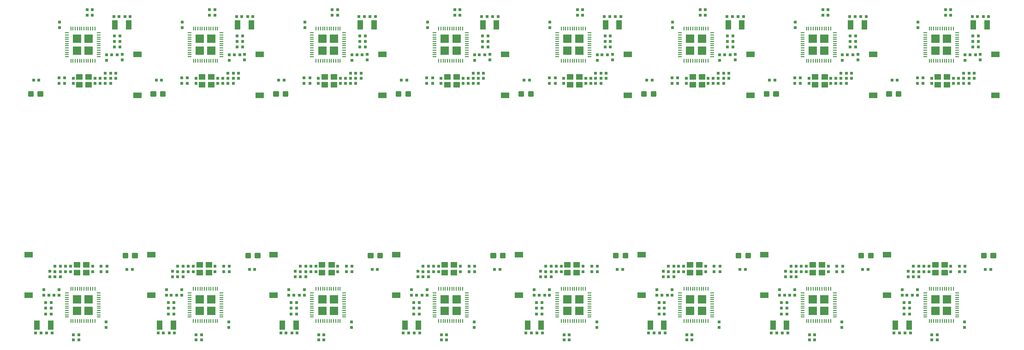
<source format=gtp>
G04 EAGLE Gerber RS-274X export*
G75*
%MOMM*%
%FSLAX34Y34*%
%LPD*%
%INSolderpaste Top*%
%IPPOS*%
%AMOC8*
5,1,8,0,0,1.08239X$1,22.5*%
G01*
%ADD10R,0.600000X0.600000*%
%ADD11C,0.300000*%
%ADD12R,1.520281X1.520281*%
%ADD13R,0.800000X0.230000*%
%ADD14R,0.230000X0.800000*%
%ADD15R,1.200000X1.100000*%
%ADD16R,1.000000X1.800000*%
%ADD17R,1.500000X1.000000*%


D10*
X41990Y114232D03*
X51990Y114232D03*
X143450Y171250D03*
X143450Y181250D03*
X78260Y171350D03*
X78260Y181350D03*
X51990Y103984D03*
X41990Y103984D03*
X49680Y161980D03*
X49680Y171980D03*
X153920Y171250D03*
X153920Y181250D03*
X152810Y78730D03*
X152810Y68730D03*
X102400Y55600D03*
X102400Y45600D03*
X53260Y58420D03*
X43260Y58420D03*
X59070Y171330D03*
X69070Y171330D03*
X87560Y181330D03*
X87560Y171330D03*
X127710Y171330D03*
X127710Y181330D03*
X69070Y181390D03*
X59070Y181390D03*
X22940Y58420D03*
X32940Y58420D03*
D11*
X202120Y197160D02*
X202120Y204160D01*
X209120Y204160D01*
X209120Y197160D01*
X202120Y197160D01*
X202120Y200010D02*
X209120Y200010D01*
X209120Y202860D02*
X202120Y202860D01*
X184580Y204160D02*
X184580Y197160D01*
X184580Y204160D02*
X191580Y204160D01*
X191580Y197160D01*
X184580Y197160D01*
X184580Y200010D02*
X191580Y200010D01*
X191580Y202860D02*
X184580Y202860D01*
D10*
X51990Y93482D03*
X41990Y93482D03*
X69070Y162170D03*
X59070Y162170D03*
X190580Y175260D03*
X200580Y175260D03*
X92910Y45610D03*
X92910Y55610D03*
D12*
X120750Y120750D03*
X99250Y120750D03*
X99250Y99250D03*
X120750Y99250D03*
D13*
X80500Y132000D03*
X80500Y128000D03*
X80500Y124000D03*
X80500Y120000D03*
X80500Y116000D03*
X80500Y112000D03*
X80500Y108000D03*
X80500Y104000D03*
X80500Y100000D03*
X80500Y96000D03*
X80500Y92000D03*
X80500Y88000D03*
D14*
X88000Y80500D03*
X92000Y80500D03*
X96000Y80500D03*
X100000Y80500D03*
X104000Y80500D03*
X108000Y80500D03*
X112000Y80500D03*
X116000Y80500D03*
X120000Y80500D03*
X124000Y80500D03*
X128000Y80500D03*
X132000Y80500D03*
D13*
X139500Y88000D03*
X139500Y92000D03*
X139500Y96000D03*
X139500Y100000D03*
X139500Y104000D03*
X139500Y108000D03*
X139500Y112000D03*
X139500Y116000D03*
X139500Y120000D03*
X139500Y124000D03*
X139500Y128000D03*
X139500Y132000D03*
D14*
X132000Y139500D03*
X128000Y139500D03*
X124000Y139500D03*
X120000Y139500D03*
X116000Y139500D03*
X112000Y139500D03*
X108000Y139500D03*
X104000Y139500D03*
X100000Y139500D03*
X96000Y139500D03*
X92000Y139500D03*
X88000Y139500D03*
D15*
X116120Y183530D03*
X99120Y183530D03*
X99120Y169530D03*
X116120Y169530D03*
D16*
X26010Y73330D03*
X51010Y73330D03*
D10*
X47250Y128260D03*
X57250Y128260D03*
D17*
X10160Y127854D03*
X10160Y202854D03*
D10*
X38100Y128096D03*
X38100Y138096D03*
X66294Y128350D03*
X66294Y138350D03*
X267059Y114232D03*
X277059Y114232D03*
X368519Y171250D03*
X368519Y181250D03*
X303329Y171350D03*
X303329Y181350D03*
X277059Y103984D03*
X267059Y103984D03*
X274749Y161980D03*
X274749Y171980D03*
X378989Y171250D03*
X378989Y181250D03*
X377879Y78730D03*
X377879Y68730D03*
X327469Y55600D03*
X327469Y45600D03*
X278329Y58420D03*
X268329Y58420D03*
X284139Y171330D03*
X294139Y171330D03*
X312629Y181330D03*
X312629Y171330D03*
X352779Y171330D03*
X352779Y181330D03*
X294139Y181390D03*
X284139Y181390D03*
X248009Y58420D03*
X258009Y58420D03*
D11*
X427189Y197160D02*
X427189Y204160D01*
X434189Y204160D01*
X434189Y197160D01*
X427189Y197160D01*
X427189Y200010D02*
X434189Y200010D01*
X434189Y202860D02*
X427189Y202860D01*
X409649Y204160D02*
X409649Y197160D01*
X409649Y204160D02*
X416649Y204160D01*
X416649Y197160D01*
X409649Y197160D01*
X409649Y200010D02*
X416649Y200010D01*
X416649Y202860D02*
X409649Y202860D01*
D10*
X277059Y93482D03*
X267059Y93482D03*
X294139Y162170D03*
X284139Y162170D03*
X415649Y175260D03*
X425649Y175260D03*
X317979Y45610D03*
X317979Y55610D03*
D12*
X345819Y120750D03*
X324319Y120750D03*
X324319Y99250D03*
X345819Y99250D03*
D13*
X305569Y132000D03*
X305569Y128000D03*
X305569Y124000D03*
X305569Y120000D03*
X305569Y116000D03*
X305569Y112000D03*
X305569Y108000D03*
X305569Y104000D03*
X305569Y100000D03*
X305569Y96000D03*
X305569Y92000D03*
X305569Y88000D03*
D14*
X313069Y80500D03*
X317069Y80500D03*
X321069Y80500D03*
X325069Y80500D03*
X329069Y80500D03*
X333069Y80500D03*
X337069Y80500D03*
X341069Y80500D03*
X345069Y80500D03*
X349069Y80500D03*
X353069Y80500D03*
X357069Y80500D03*
D13*
X364569Y88000D03*
X364569Y92000D03*
X364569Y96000D03*
X364569Y100000D03*
X364569Y104000D03*
X364569Y108000D03*
X364569Y112000D03*
X364569Y116000D03*
X364569Y120000D03*
X364569Y124000D03*
X364569Y128000D03*
X364569Y132000D03*
D14*
X357069Y139500D03*
X353069Y139500D03*
X349069Y139500D03*
X345069Y139500D03*
X341069Y139500D03*
X337069Y139500D03*
X333069Y139500D03*
X329069Y139500D03*
X325069Y139500D03*
X321069Y139500D03*
X317069Y139500D03*
X313069Y139500D03*
D15*
X341189Y183530D03*
X324189Y183530D03*
X324189Y169530D03*
X341189Y169530D03*
D16*
X251079Y73330D03*
X276079Y73330D03*
D10*
X272319Y128260D03*
X282319Y128260D03*
D17*
X235229Y127854D03*
X235229Y202854D03*
D10*
X263169Y128096D03*
X263169Y138096D03*
X291363Y128350D03*
X291363Y138350D03*
X492154Y114232D03*
X502154Y114232D03*
X593614Y171250D03*
X593614Y181250D03*
X528424Y171350D03*
X528424Y181350D03*
X502154Y103984D03*
X492154Y103984D03*
X499844Y161980D03*
X499844Y171980D03*
X604084Y171250D03*
X604084Y181250D03*
X602974Y78730D03*
X602974Y68730D03*
X552564Y55600D03*
X552564Y45600D03*
X503424Y58420D03*
X493424Y58420D03*
X509234Y171330D03*
X519234Y171330D03*
X537724Y181330D03*
X537724Y171330D03*
X577874Y171330D03*
X577874Y181330D03*
X519234Y181390D03*
X509234Y181390D03*
X473104Y58420D03*
X483104Y58420D03*
D11*
X652284Y197160D02*
X652284Y204160D01*
X659284Y204160D01*
X659284Y197160D01*
X652284Y197160D01*
X652284Y200010D02*
X659284Y200010D01*
X659284Y202860D02*
X652284Y202860D01*
X634744Y204160D02*
X634744Y197160D01*
X634744Y204160D02*
X641744Y204160D01*
X641744Y197160D01*
X634744Y197160D01*
X634744Y200010D02*
X641744Y200010D01*
X641744Y202860D02*
X634744Y202860D01*
D10*
X502154Y93482D03*
X492154Y93482D03*
X519234Y162170D03*
X509234Y162170D03*
X640744Y175260D03*
X650744Y175260D03*
X543074Y45610D03*
X543074Y55610D03*
D12*
X570914Y120750D03*
X549414Y120750D03*
X549414Y99250D03*
X570914Y99250D03*
D13*
X530664Y132000D03*
X530664Y128000D03*
X530664Y124000D03*
X530664Y120000D03*
X530664Y116000D03*
X530664Y112000D03*
X530664Y108000D03*
X530664Y104000D03*
X530664Y100000D03*
X530664Y96000D03*
X530664Y92000D03*
X530664Y88000D03*
D14*
X538164Y80500D03*
X542164Y80500D03*
X546164Y80500D03*
X550164Y80500D03*
X554164Y80500D03*
X558164Y80500D03*
X562164Y80500D03*
X566164Y80500D03*
X570164Y80500D03*
X574164Y80500D03*
X578164Y80500D03*
X582164Y80500D03*
D13*
X589664Y88000D03*
X589664Y92000D03*
X589664Y96000D03*
X589664Y100000D03*
X589664Y104000D03*
X589664Y108000D03*
X589664Y112000D03*
X589664Y116000D03*
X589664Y120000D03*
X589664Y124000D03*
X589664Y128000D03*
X589664Y132000D03*
D14*
X582164Y139500D03*
X578164Y139500D03*
X574164Y139500D03*
X570164Y139500D03*
X566164Y139500D03*
X562164Y139500D03*
X558164Y139500D03*
X554164Y139500D03*
X550164Y139500D03*
X546164Y139500D03*
X542164Y139500D03*
X538164Y139500D03*
D15*
X566284Y183530D03*
X549284Y183530D03*
X549284Y169530D03*
X566284Y169530D03*
D16*
X476174Y73330D03*
X501174Y73330D03*
D10*
X497414Y128260D03*
X507414Y128260D03*
D17*
X460324Y127854D03*
X460324Y202854D03*
D10*
X488264Y128096D03*
X488264Y138096D03*
X516458Y128350D03*
X516458Y138350D03*
X717224Y114232D03*
X727224Y114232D03*
X818684Y171250D03*
X818684Y181250D03*
X753494Y171350D03*
X753494Y181350D03*
X727224Y103984D03*
X717224Y103984D03*
X724914Y161980D03*
X724914Y171980D03*
X829154Y171250D03*
X829154Y181250D03*
X828044Y78730D03*
X828044Y68730D03*
X777634Y55600D03*
X777634Y45600D03*
X728494Y58420D03*
X718494Y58420D03*
X734304Y171330D03*
X744304Y171330D03*
X762794Y181330D03*
X762794Y171330D03*
X802944Y171330D03*
X802944Y181330D03*
X744304Y181390D03*
X734304Y181390D03*
X698174Y58420D03*
X708174Y58420D03*
D11*
X877354Y197160D02*
X877354Y204160D01*
X884354Y204160D01*
X884354Y197160D01*
X877354Y197160D01*
X877354Y200010D02*
X884354Y200010D01*
X884354Y202860D02*
X877354Y202860D01*
X859814Y204160D02*
X859814Y197160D01*
X859814Y204160D02*
X866814Y204160D01*
X866814Y197160D01*
X859814Y197160D01*
X859814Y200010D02*
X866814Y200010D01*
X866814Y202860D02*
X859814Y202860D01*
D10*
X727224Y93482D03*
X717224Y93482D03*
X744304Y162170D03*
X734304Y162170D03*
X865814Y175260D03*
X875814Y175260D03*
X768144Y45610D03*
X768144Y55610D03*
D12*
X795984Y120750D03*
X774484Y120750D03*
X774484Y99250D03*
X795984Y99250D03*
D13*
X755734Y132000D03*
X755734Y128000D03*
X755734Y124000D03*
X755734Y120000D03*
X755734Y116000D03*
X755734Y112000D03*
X755734Y108000D03*
X755734Y104000D03*
X755734Y100000D03*
X755734Y96000D03*
X755734Y92000D03*
X755734Y88000D03*
D14*
X763234Y80500D03*
X767234Y80500D03*
X771234Y80500D03*
X775234Y80500D03*
X779234Y80500D03*
X783234Y80500D03*
X787234Y80500D03*
X791234Y80500D03*
X795234Y80500D03*
X799234Y80500D03*
X803234Y80500D03*
X807234Y80500D03*
D13*
X814734Y88000D03*
X814734Y92000D03*
X814734Y96000D03*
X814734Y100000D03*
X814734Y104000D03*
X814734Y108000D03*
X814734Y112000D03*
X814734Y116000D03*
X814734Y120000D03*
X814734Y124000D03*
X814734Y128000D03*
X814734Y132000D03*
D14*
X807234Y139500D03*
X803234Y139500D03*
X799234Y139500D03*
X795234Y139500D03*
X791234Y139500D03*
X787234Y139500D03*
X783234Y139500D03*
X779234Y139500D03*
X775234Y139500D03*
X771234Y139500D03*
X767234Y139500D03*
X763234Y139500D03*
D15*
X791354Y183530D03*
X774354Y183530D03*
X774354Y169530D03*
X791354Y169530D03*
D16*
X701244Y73330D03*
X726244Y73330D03*
D10*
X722484Y128260D03*
X732484Y128260D03*
D17*
X685394Y127854D03*
X685394Y202854D03*
D10*
X713334Y128096D03*
X713334Y138096D03*
X741528Y128350D03*
X741528Y138350D03*
X942318Y114232D03*
X952318Y114232D03*
X1043778Y171250D03*
X1043778Y181250D03*
X978588Y171350D03*
X978588Y181350D03*
X952318Y103984D03*
X942318Y103984D03*
X950008Y161980D03*
X950008Y171980D03*
X1054248Y171250D03*
X1054248Y181250D03*
X1053138Y78730D03*
X1053138Y68730D03*
X1002728Y55600D03*
X1002728Y45600D03*
X953588Y58420D03*
X943588Y58420D03*
X959398Y171330D03*
X969398Y171330D03*
X987888Y181330D03*
X987888Y171330D03*
X1028038Y171330D03*
X1028038Y181330D03*
X969398Y181390D03*
X959398Y181390D03*
X923268Y58420D03*
X933268Y58420D03*
D11*
X1102448Y197160D02*
X1102448Y204160D01*
X1109448Y204160D01*
X1109448Y197160D01*
X1102448Y197160D01*
X1102448Y200010D02*
X1109448Y200010D01*
X1109448Y202860D02*
X1102448Y202860D01*
X1084908Y204160D02*
X1084908Y197160D01*
X1084908Y204160D02*
X1091908Y204160D01*
X1091908Y197160D01*
X1084908Y197160D01*
X1084908Y200010D02*
X1091908Y200010D01*
X1091908Y202860D02*
X1084908Y202860D01*
D10*
X952318Y93482D03*
X942318Y93482D03*
X969398Y162170D03*
X959398Y162170D03*
X1090908Y175260D03*
X1100908Y175260D03*
X993238Y45610D03*
X993238Y55610D03*
D12*
X1021078Y120750D03*
X999578Y120750D03*
X999578Y99250D03*
X1021078Y99250D03*
D13*
X980828Y132000D03*
X980828Y128000D03*
X980828Y124000D03*
X980828Y120000D03*
X980828Y116000D03*
X980828Y112000D03*
X980828Y108000D03*
X980828Y104000D03*
X980828Y100000D03*
X980828Y96000D03*
X980828Y92000D03*
X980828Y88000D03*
D14*
X988328Y80500D03*
X992328Y80500D03*
X996328Y80500D03*
X1000328Y80500D03*
X1004328Y80500D03*
X1008328Y80500D03*
X1012328Y80500D03*
X1016328Y80500D03*
X1020328Y80500D03*
X1024328Y80500D03*
X1028328Y80500D03*
X1032328Y80500D03*
D13*
X1039828Y88000D03*
X1039828Y92000D03*
X1039828Y96000D03*
X1039828Y100000D03*
X1039828Y104000D03*
X1039828Y108000D03*
X1039828Y112000D03*
X1039828Y116000D03*
X1039828Y120000D03*
X1039828Y124000D03*
X1039828Y128000D03*
X1039828Y132000D03*
D14*
X1032328Y139500D03*
X1028328Y139500D03*
X1024328Y139500D03*
X1020328Y139500D03*
X1016328Y139500D03*
X1012328Y139500D03*
X1008328Y139500D03*
X1004328Y139500D03*
X1000328Y139500D03*
X996328Y139500D03*
X992328Y139500D03*
X988328Y139500D03*
D15*
X1016448Y183530D03*
X999448Y183530D03*
X999448Y169530D03*
X1016448Y169530D03*
D16*
X926338Y73330D03*
X951338Y73330D03*
D10*
X947578Y128260D03*
X957578Y128260D03*
D17*
X910488Y127854D03*
X910488Y202854D03*
D10*
X938428Y128096D03*
X938428Y138096D03*
X966622Y128350D03*
X966622Y138350D03*
X1167388Y114232D03*
X1177388Y114232D03*
X1268848Y171250D03*
X1268848Y181250D03*
X1203658Y171350D03*
X1203658Y181350D03*
X1177388Y103984D03*
X1167388Y103984D03*
X1175078Y161980D03*
X1175078Y171980D03*
X1279318Y171250D03*
X1279318Y181250D03*
X1278208Y78730D03*
X1278208Y68730D03*
X1227798Y55600D03*
X1227798Y45600D03*
X1178658Y58420D03*
X1168658Y58420D03*
X1184468Y171330D03*
X1194468Y171330D03*
X1212958Y181330D03*
X1212958Y171330D03*
X1253108Y171330D03*
X1253108Y181330D03*
X1194468Y181390D03*
X1184468Y181390D03*
X1148338Y58420D03*
X1158338Y58420D03*
D11*
X1327518Y197160D02*
X1327518Y204160D01*
X1334518Y204160D01*
X1334518Y197160D01*
X1327518Y197160D01*
X1327518Y200010D02*
X1334518Y200010D01*
X1334518Y202860D02*
X1327518Y202860D01*
X1309978Y204160D02*
X1309978Y197160D01*
X1309978Y204160D02*
X1316978Y204160D01*
X1316978Y197160D01*
X1309978Y197160D01*
X1309978Y200010D02*
X1316978Y200010D01*
X1316978Y202860D02*
X1309978Y202860D01*
D10*
X1177388Y93482D03*
X1167388Y93482D03*
X1194468Y162170D03*
X1184468Y162170D03*
X1315978Y175260D03*
X1325978Y175260D03*
X1218308Y45610D03*
X1218308Y55610D03*
D12*
X1246148Y120750D03*
X1224648Y120750D03*
X1224648Y99250D03*
X1246148Y99250D03*
D13*
X1205898Y132000D03*
X1205898Y128000D03*
X1205898Y124000D03*
X1205898Y120000D03*
X1205898Y116000D03*
X1205898Y112000D03*
X1205898Y108000D03*
X1205898Y104000D03*
X1205898Y100000D03*
X1205898Y96000D03*
X1205898Y92000D03*
X1205898Y88000D03*
D14*
X1213398Y80500D03*
X1217398Y80500D03*
X1221398Y80500D03*
X1225398Y80500D03*
X1229398Y80500D03*
X1233398Y80500D03*
X1237398Y80500D03*
X1241398Y80500D03*
X1245398Y80500D03*
X1249398Y80500D03*
X1253398Y80500D03*
X1257398Y80500D03*
D13*
X1264898Y88000D03*
X1264898Y92000D03*
X1264898Y96000D03*
X1264898Y100000D03*
X1264898Y104000D03*
X1264898Y108000D03*
X1264898Y112000D03*
X1264898Y116000D03*
X1264898Y120000D03*
X1264898Y124000D03*
X1264898Y128000D03*
X1264898Y132000D03*
D14*
X1257398Y139500D03*
X1253398Y139500D03*
X1249398Y139500D03*
X1245398Y139500D03*
X1241398Y139500D03*
X1237398Y139500D03*
X1233398Y139500D03*
X1229398Y139500D03*
X1225398Y139500D03*
X1221398Y139500D03*
X1217398Y139500D03*
X1213398Y139500D03*
D15*
X1241518Y183530D03*
X1224518Y183530D03*
X1224518Y169530D03*
X1241518Y169530D03*
D16*
X1151408Y73330D03*
X1176408Y73330D03*
D10*
X1172648Y128260D03*
X1182648Y128260D03*
D17*
X1135558Y127854D03*
X1135558Y202854D03*
D10*
X1163498Y128096D03*
X1163498Y138096D03*
X1191692Y128350D03*
X1191692Y138350D03*
X1392483Y114232D03*
X1402483Y114232D03*
X1493943Y171250D03*
X1493943Y181250D03*
X1428753Y171350D03*
X1428753Y181350D03*
X1402483Y103984D03*
X1392483Y103984D03*
X1400173Y161980D03*
X1400173Y171980D03*
X1504413Y171250D03*
X1504413Y181250D03*
X1503303Y78730D03*
X1503303Y68730D03*
X1452893Y55600D03*
X1452893Y45600D03*
X1403753Y58420D03*
X1393753Y58420D03*
X1409563Y171330D03*
X1419563Y171330D03*
X1438053Y181330D03*
X1438053Y171330D03*
X1478203Y171330D03*
X1478203Y181330D03*
X1419563Y181390D03*
X1409563Y181390D03*
X1373433Y58420D03*
X1383433Y58420D03*
D11*
X1552613Y197160D02*
X1552613Y204160D01*
X1559613Y204160D01*
X1559613Y197160D01*
X1552613Y197160D01*
X1552613Y200010D02*
X1559613Y200010D01*
X1559613Y202860D02*
X1552613Y202860D01*
X1535073Y204160D02*
X1535073Y197160D01*
X1535073Y204160D02*
X1542073Y204160D01*
X1542073Y197160D01*
X1535073Y197160D01*
X1535073Y200010D02*
X1542073Y200010D01*
X1542073Y202860D02*
X1535073Y202860D01*
D10*
X1402483Y93482D03*
X1392483Y93482D03*
X1419563Y162170D03*
X1409563Y162170D03*
X1541073Y175260D03*
X1551073Y175260D03*
X1443403Y45610D03*
X1443403Y55610D03*
D12*
X1471243Y120750D03*
X1449743Y120750D03*
X1449743Y99250D03*
X1471243Y99250D03*
D13*
X1430993Y132000D03*
X1430993Y128000D03*
X1430993Y124000D03*
X1430993Y120000D03*
X1430993Y116000D03*
X1430993Y112000D03*
X1430993Y108000D03*
X1430993Y104000D03*
X1430993Y100000D03*
X1430993Y96000D03*
X1430993Y92000D03*
X1430993Y88000D03*
D14*
X1438493Y80500D03*
X1442493Y80500D03*
X1446493Y80500D03*
X1450493Y80500D03*
X1454493Y80500D03*
X1458493Y80500D03*
X1462493Y80500D03*
X1466493Y80500D03*
X1470493Y80500D03*
X1474493Y80500D03*
X1478493Y80500D03*
X1482493Y80500D03*
D13*
X1489993Y88000D03*
X1489993Y92000D03*
X1489993Y96000D03*
X1489993Y100000D03*
X1489993Y104000D03*
X1489993Y108000D03*
X1489993Y112000D03*
X1489993Y116000D03*
X1489993Y120000D03*
X1489993Y124000D03*
X1489993Y128000D03*
X1489993Y132000D03*
D14*
X1482493Y139500D03*
X1478493Y139500D03*
X1474493Y139500D03*
X1470493Y139500D03*
X1466493Y139500D03*
X1462493Y139500D03*
X1458493Y139500D03*
X1454493Y139500D03*
X1450493Y139500D03*
X1446493Y139500D03*
X1442493Y139500D03*
X1438493Y139500D03*
D15*
X1466613Y183530D03*
X1449613Y183530D03*
X1449613Y169530D03*
X1466613Y169530D03*
D16*
X1376503Y73330D03*
X1401503Y73330D03*
D10*
X1397743Y128260D03*
X1407743Y128260D03*
D17*
X1360653Y127854D03*
X1360653Y202854D03*
D10*
X1388593Y128096D03*
X1388593Y138096D03*
X1416787Y128350D03*
X1416787Y138350D03*
X1617552Y114232D03*
X1627552Y114232D03*
X1719012Y171250D03*
X1719012Y181250D03*
X1653822Y171350D03*
X1653822Y181350D03*
X1627552Y103984D03*
X1617552Y103984D03*
X1625242Y161980D03*
X1625242Y171980D03*
X1729482Y171250D03*
X1729482Y181250D03*
X1728372Y78730D03*
X1728372Y68730D03*
X1677962Y55600D03*
X1677962Y45600D03*
X1628822Y58420D03*
X1618822Y58420D03*
X1634632Y171330D03*
X1644632Y171330D03*
X1663122Y181330D03*
X1663122Y171330D03*
X1703272Y171330D03*
X1703272Y181330D03*
X1644632Y181390D03*
X1634632Y181390D03*
X1598502Y58420D03*
X1608502Y58420D03*
D11*
X1777682Y197160D02*
X1777682Y204160D01*
X1784682Y204160D01*
X1784682Y197160D01*
X1777682Y197160D01*
X1777682Y200010D02*
X1784682Y200010D01*
X1784682Y202860D02*
X1777682Y202860D01*
X1760142Y204160D02*
X1760142Y197160D01*
X1760142Y204160D02*
X1767142Y204160D01*
X1767142Y197160D01*
X1760142Y197160D01*
X1760142Y200010D02*
X1767142Y200010D01*
X1767142Y202860D02*
X1760142Y202860D01*
D10*
X1627552Y93482D03*
X1617552Y93482D03*
X1644632Y162170D03*
X1634632Y162170D03*
X1766142Y175260D03*
X1776142Y175260D03*
X1668472Y45610D03*
X1668472Y55610D03*
D12*
X1696312Y120750D03*
X1674812Y120750D03*
X1674812Y99250D03*
X1696312Y99250D03*
D13*
X1656062Y132000D03*
X1656062Y128000D03*
X1656062Y124000D03*
X1656062Y120000D03*
X1656062Y116000D03*
X1656062Y112000D03*
X1656062Y108000D03*
X1656062Y104000D03*
X1656062Y100000D03*
X1656062Y96000D03*
X1656062Y92000D03*
X1656062Y88000D03*
D14*
X1663562Y80500D03*
X1667562Y80500D03*
X1671562Y80500D03*
X1675562Y80500D03*
X1679562Y80500D03*
X1683562Y80500D03*
X1687562Y80500D03*
X1691562Y80500D03*
X1695562Y80500D03*
X1699562Y80500D03*
X1703562Y80500D03*
X1707562Y80500D03*
D13*
X1715062Y88000D03*
X1715062Y92000D03*
X1715062Y96000D03*
X1715062Y100000D03*
X1715062Y104000D03*
X1715062Y108000D03*
X1715062Y112000D03*
X1715062Y116000D03*
X1715062Y120000D03*
X1715062Y124000D03*
X1715062Y128000D03*
X1715062Y132000D03*
D14*
X1707562Y139500D03*
X1703562Y139500D03*
X1699562Y139500D03*
X1695562Y139500D03*
X1691562Y139500D03*
X1687562Y139500D03*
X1683562Y139500D03*
X1679562Y139500D03*
X1675562Y139500D03*
X1671562Y139500D03*
X1667562Y139500D03*
X1663562Y139500D03*
D15*
X1691682Y183530D03*
X1674682Y183530D03*
X1674682Y169530D03*
X1691682Y169530D03*
D16*
X1601572Y73330D03*
X1626572Y73330D03*
D10*
X1622812Y128260D03*
X1632812Y128260D03*
D17*
X1585722Y127854D03*
X1585722Y202854D03*
D10*
X1613662Y128096D03*
X1613662Y138096D03*
X1641856Y128350D03*
X1641856Y138350D03*
X177999Y584268D03*
X167999Y584268D03*
X76539Y527250D03*
X76539Y517250D03*
X141729Y527150D03*
X141729Y517150D03*
X167999Y594516D03*
X177999Y594516D03*
X170309Y536520D03*
X170309Y526520D03*
X66069Y527250D03*
X66069Y517250D03*
X67179Y619770D03*
X67179Y629770D03*
X117589Y642900D03*
X117589Y652900D03*
X166729Y640080D03*
X176729Y640080D03*
X160919Y527170D03*
X150919Y527170D03*
X132429Y517170D03*
X132429Y527170D03*
X92279Y527170D03*
X92279Y517170D03*
X150919Y517110D03*
X160919Y517110D03*
X197049Y640080D03*
X187049Y640080D03*
D11*
X17869Y501340D02*
X17869Y494340D01*
X10869Y494340D01*
X10869Y501340D01*
X17869Y501340D01*
X17869Y497190D02*
X10869Y497190D01*
X10869Y500040D02*
X17869Y500040D01*
X35409Y501340D02*
X35409Y494340D01*
X28409Y494340D01*
X28409Y501340D01*
X35409Y501340D01*
X35409Y497190D02*
X28409Y497190D01*
X28409Y500040D02*
X35409Y500040D01*
D10*
X167999Y605018D03*
X177999Y605018D03*
X150919Y536330D03*
X160919Y536330D03*
X29409Y523240D03*
X19409Y523240D03*
X127079Y652890D03*
X127079Y642890D03*
D12*
X99239Y577750D03*
X120739Y577750D03*
X120739Y599250D03*
X99239Y599250D03*
D13*
X139489Y566500D03*
X139489Y570500D03*
X139489Y574500D03*
X139489Y578500D03*
X139489Y582500D03*
X139489Y586500D03*
X139489Y590500D03*
X139489Y594500D03*
X139489Y598500D03*
X139489Y602500D03*
X139489Y606500D03*
X139489Y610500D03*
D14*
X131989Y618000D03*
X127989Y618000D03*
X123989Y618000D03*
X119989Y618000D03*
X115989Y618000D03*
X111989Y618000D03*
X107989Y618000D03*
X103989Y618000D03*
X99989Y618000D03*
X95989Y618000D03*
X91989Y618000D03*
X87989Y618000D03*
D13*
X80489Y610500D03*
X80489Y606500D03*
X80489Y602500D03*
X80489Y598500D03*
X80489Y594500D03*
X80489Y590500D03*
X80489Y586500D03*
X80489Y582500D03*
X80489Y578500D03*
X80489Y574500D03*
X80489Y570500D03*
X80489Y566500D03*
D14*
X87989Y559000D03*
X91989Y559000D03*
X95989Y559000D03*
X99989Y559000D03*
X103989Y559000D03*
X107989Y559000D03*
X111989Y559000D03*
X115989Y559000D03*
X119989Y559000D03*
X123989Y559000D03*
X127989Y559000D03*
X131989Y559000D03*
D15*
X103869Y514970D03*
X120869Y514970D03*
X120869Y528970D03*
X103869Y528970D03*
D16*
X193979Y625170D03*
X168979Y625170D03*
D10*
X172739Y570240D03*
X162739Y570240D03*
D17*
X209829Y570646D03*
X209829Y495646D03*
D10*
X181889Y570404D03*
X181889Y560404D03*
X153695Y570150D03*
X153695Y560150D03*
X403094Y584268D03*
X393094Y584268D03*
X301634Y527250D03*
X301634Y517250D03*
X366824Y527150D03*
X366824Y517150D03*
X393094Y594516D03*
X403094Y594516D03*
X395404Y536520D03*
X395404Y526520D03*
X291164Y527250D03*
X291164Y517250D03*
X292274Y619770D03*
X292274Y629770D03*
X342684Y642900D03*
X342684Y652900D03*
X391824Y640080D03*
X401824Y640080D03*
X386014Y527170D03*
X376014Y527170D03*
X357524Y517170D03*
X357524Y527170D03*
X317374Y527170D03*
X317374Y517170D03*
X376014Y517110D03*
X386014Y517110D03*
X422144Y640080D03*
X412144Y640080D03*
D11*
X242964Y501340D02*
X242964Y494340D01*
X235964Y494340D01*
X235964Y501340D01*
X242964Y501340D01*
X242964Y497190D02*
X235964Y497190D01*
X235964Y500040D02*
X242964Y500040D01*
X260504Y501340D02*
X260504Y494340D01*
X253504Y494340D01*
X253504Y501340D01*
X260504Y501340D01*
X260504Y497190D02*
X253504Y497190D01*
X253504Y500040D02*
X260504Y500040D01*
D10*
X393094Y605018D03*
X403094Y605018D03*
X376014Y536330D03*
X386014Y536330D03*
X254504Y523240D03*
X244504Y523240D03*
X352174Y652890D03*
X352174Y642890D03*
D12*
X324334Y577750D03*
X345834Y577750D03*
X345834Y599250D03*
X324334Y599250D03*
D13*
X364584Y566500D03*
X364584Y570500D03*
X364584Y574500D03*
X364584Y578500D03*
X364584Y582500D03*
X364584Y586500D03*
X364584Y590500D03*
X364584Y594500D03*
X364584Y598500D03*
X364584Y602500D03*
X364584Y606500D03*
X364584Y610500D03*
D14*
X357084Y618000D03*
X353084Y618000D03*
X349084Y618000D03*
X345084Y618000D03*
X341084Y618000D03*
X337084Y618000D03*
X333084Y618000D03*
X329084Y618000D03*
X325084Y618000D03*
X321084Y618000D03*
X317084Y618000D03*
X313084Y618000D03*
D13*
X305584Y610500D03*
X305584Y606500D03*
X305584Y602500D03*
X305584Y598500D03*
X305584Y594500D03*
X305584Y590500D03*
X305584Y586500D03*
X305584Y582500D03*
X305584Y578500D03*
X305584Y574500D03*
X305584Y570500D03*
X305584Y566500D03*
D14*
X313084Y559000D03*
X317084Y559000D03*
X321084Y559000D03*
X325084Y559000D03*
X329084Y559000D03*
X333084Y559000D03*
X337084Y559000D03*
X341084Y559000D03*
X345084Y559000D03*
X349084Y559000D03*
X353084Y559000D03*
X357084Y559000D03*
D15*
X328964Y514970D03*
X345964Y514970D03*
X345964Y528970D03*
X328964Y528970D03*
D16*
X419074Y625170D03*
X394074Y625170D03*
D10*
X397834Y570240D03*
X387834Y570240D03*
D17*
X434924Y570646D03*
X434924Y495646D03*
D10*
X406984Y570404D03*
X406984Y560404D03*
X378790Y570150D03*
X378790Y560150D03*
X628164Y584268D03*
X618164Y584268D03*
X526704Y527250D03*
X526704Y517250D03*
X591894Y527150D03*
X591894Y517150D03*
X618164Y594516D03*
X628164Y594516D03*
X620474Y536520D03*
X620474Y526520D03*
X516234Y527250D03*
X516234Y517250D03*
X517344Y619770D03*
X517344Y629770D03*
X567754Y642900D03*
X567754Y652900D03*
X616894Y640080D03*
X626894Y640080D03*
X611084Y527170D03*
X601084Y527170D03*
X582594Y517170D03*
X582594Y527170D03*
X542444Y527170D03*
X542444Y517170D03*
X601084Y517110D03*
X611084Y517110D03*
X647214Y640080D03*
X637214Y640080D03*
D11*
X468034Y501340D02*
X468034Y494340D01*
X461034Y494340D01*
X461034Y501340D01*
X468034Y501340D01*
X468034Y497190D02*
X461034Y497190D01*
X461034Y500040D02*
X468034Y500040D01*
X485574Y501340D02*
X485574Y494340D01*
X478574Y494340D01*
X478574Y501340D01*
X485574Y501340D01*
X485574Y497190D02*
X478574Y497190D01*
X478574Y500040D02*
X485574Y500040D01*
D10*
X618164Y605018D03*
X628164Y605018D03*
X601084Y536330D03*
X611084Y536330D03*
X479574Y523240D03*
X469574Y523240D03*
X577244Y652890D03*
X577244Y642890D03*
D12*
X549404Y577750D03*
X570904Y577750D03*
X570904Y599250D03*
X549404Y599250D03*
D13*
X589654Y566500D03*
X589654Y570500D03*
X589654Y574500D03*
X589654Y578500D03*
X589654Y582500D03*
X589654Y586500D03*
X589654Y590500D03*
X589654Y594500D03*
X589654Y598500D03*
X589654Y602500D03*
X589654Y606500D03*
X589654Y610500D03*
D14*
X582154Y618000D03*
X578154Y618000D03*
X574154Y618000D03*
X570154Y618000D03*
X566154Y618000D03*
X562154Y618000D03*
X558154Y618000D03*
X554154Y618000D03*
X550154Y618000D03*
X546154Y618000D03*
X542154Y618000D03*
X538154Y618000D03*
D13*
X530654Y610500D03*
X530654Y606500D03*
X530654Y602500D03*
X530654Y598500D03*
X530654Y594500D03*
X530654Y590500D03*
X530654Y586500D03*
X530654Y582500D03*
X530654Y578500D03*
X530654Y574500D03*
X530654Y570500D03*
X530654Y566500D03*
D14*
X538154Y559000D03*
X542154Y559000D03*
X546154Y559000D03*
X550154Y559000D03*
X554154Y559000D03*
X558154Y559000D03*
X562154Y559000D03*
X566154Y559000D03*
X570154Y559000D03*
X574154Y559000D03*
X578154Y559000D03*
X582154Y559000D03*
D15*
X554034Y514970D03*
X571034Y514970D03*
X571034Y528970D03*
X554034Y528970D03*
D16*
X644144Y625170D03*
X619144Y625170D03*
D10*
X622904Y570240D03*
X612904Y570240D03*
D17*
X659994Y570646D03*
X659994Y495646D03*
D10*
X632054Y570404D03*
X632054Y560404D03*
X603860Y570150D03*
X603860Y560150D03*
X853258Y584268D03*
X843258Y584268D03*
X751798Y527250D03*
X751798Y517250D03*
X816988Y527150D03*
X816988Y517150D03*
X843258Y594516D03*
X853258Y594516D03*
X845568Y536520D03*
X845568Y526520D03*
X741328Y527250D03*
X741328Y517250D03*
X742438Y619770D03*
X742438Y629770D03*
X792848Y642900D03*
X792848Y652900D03*
X841988Y640080D03*
X851988Y640080D03*
X836178Y527170D03*
X826178Y527170D03*
X807688Y517170D03*
X807688Y527170D03*
X767538Y527170D03*
X767538Y517170D03*
X826178Y517110D03*
X836178Y517110D03*
X872308Y640080D03*
X862308Y640080D03*
D11*
X693128Y501340D02*
X693128Y494340D01*
X686128Y494340D01*
X686128Y501340D01*
X693128Y501340D01*
X693128Y497190D02*
X686128Y497190D01*
X686128Y500040D02*
X693128Y500040D01*
X710668Y501340D02*
X710668Y494340D01*
X703668Y494340D01*
X703668Y501340D01*
X710668Y501340D01*
X710668Y497190D02*
X703668Y497190D01*
X703668Y500040D02*
X710668Y500040D01*
D10*
X843258Y605018D03*
X853258Y605018D03*
X826178Y536330D03*
X836178Y536330D03*
X704668Y523240D03*
X694668Y523240D03*
X802338Y652890D03*
X802338Y642890D03*
D12*
X774498Y577750D03*
X795998Y577750D03*
X795998Y599250D03*
X774498Y599250D03*
D13*
X814748Y566500D03*
X814748Y570500D03*
X814748Y574500D03*
X814748Y578500D03*
X814748Y582500D03*
X814748Y586500D03*
X814748Y590500D03*
X814748Y594500D03*
X814748Y598500D03*
X814748Y602500D03*
X814748Y606500D03*
X814748Y610500D03*
D14*
X807248Y618000D03*
X803248Y618000D03*
X799248Y618000D03*
X795248Y618000D03*
X791248Y618000D03*
X787248Y618000D03*
X783248Y618000D03*
X779248Y618000D03*
X775248Y618000D03*
X771248Y618000D03*
X767248Y618000D03*
X763248Y618000D03*
D13*
X755748Y610500D03*
X755748Y606500D03*
X755748Y602500D03*
X755748Y598500D03*
X755748Y594500D03*
X755748Y590500D03*
X755748Y586500D03*
X755748Y582500D03*
X755748Y578500D03*
X755748Y574500D03*
X755748Y570500D03*
X755748Y566500D03*
D14*
X763248Y559000D03*
X767248Y559000D03*
X771248Y559000D03*
X775248Y559000D03*
X779248Y559000D03*
X783248Y559000D03*
X787248Y559000D03*
X791248Y559000D03*
X795248Y559000D03*
X799248Y559000D03*
X803248Y559000D03*
X807248Y559000D03*
D15*
X779128Y514970D03*
X796128Y514970D03*
X796128Y528970D03*
X779128Y528970D03*
D16*
X869238Y625170D03*
X844238Y625170D03*
D10*
X847998Y570240D03*
X837998Y570240D03*
D17*
X885088Y570646D03*
X885088Y495646D03*
D10*
X857148Y570404D03*
X857148Y560404D03*
X828954Y570150D03*
X828954Y560150D03*
X1078328Y584268D03*
X1068328Y584268D03*
X976868Y527250D03*
X976868Y517250D03*
X1042058Y527150D03*
X1042058Y517150D03*
X1068328Y594516D03*
X1078328Y594516D03*
X1070638Y536520D03*
X1070638Y526520D03*
X966398Y527250D03*
X966398Y517250D03*
X967508Y619770D03*
X967508Y629770D03*
X1017918Y642900D03*
X1017918Y652900D03*
X1067058Y640080D03*
X1077058Y640080D03*
X1061248Y527170D03*
X1051248Y527170D03*
X1032758Y517170D03*
X1032758Y527170D03*
X992608Y527170D03*
X992608Y517170D03*
X1051248Y517110D03*
X1061248Y517110D03*
X1097378Y640080D03*
X1087378Y640080D03*
D11*
X918198Y501340D02*
X918198Y494340D01*
X911198Y494340D01*
X911198Y501340D01*
X918198Y501340D01*
X918198Y497190D02*
X911198Y497190D01*
X911198Y500040D02*
X918198Y500040D01*
X935738Y501340D02*
X935738Y494340D01*
X928738Y494340D01*
X928738Y501340D01*
X935738Y501340D01*
X935738Y497190D02*
X928738Y497190D01*
X928738Y500040D02*
X935738Y500040D01*
D10*
X1068328Y605018D03*
X1078328Y605018D03*
X1051248Y536330D03*
X1061248Y536330D03*
X929738Y523240D03*
X919738Y523240D03*
X1027408Y652890D03*
X1027408Y642890D03*
D12*
X999568Y577750D03*
X1021068Y577750D03*
X1021068Y599250D03*
X999568Y599250D03*
D13*
X1039818Y566500D03*
X1039818Y570500D03*
X1039818Y574500D03*
X1039818Y578500D03*
X1039818Y582500D03*
X1039818Y586500D03*
X1039818Y590500D03*
X1039818Y594500D03*
X1039818Y598500D03*
X1039818Y602500D03*
X1039818Y606500D03*
X1039818Y610500D03*
D14*
X1032318Y618000D03*
X1028318Y618000D03*
X1024318Y618000D03*
X1020318Y618000D03*
X1016318Y618000D03*
X1012318Y618000D03*
X1008318Y618000D03*
X1004318Y618000D03*
X1000318Y618000D03*
X996318Y618000D03*
X992318Y618000D03*
X988318Y618000D03*
D13*
X980818Y610500D03*
X980818Y606500D03*
X980818Y602500D03*
X980818Y598500D03*
X980818Y594500D03*
X980818Y590500D03*
X980818Y586500D03*
X980818Y582500D03*
X980818Y578500D03*
X980818Y574500D03*
X980818Y570500D03*
X980818Y566500D03*
D14*
X988318Y559000D03*
X992318Y559000D03*
X996318Y559000D03*
X1000318Y559000D03*
X1004318Y559000D03*
X1008318Y559000D03*
X1012318Y559000D03*
X1016318Y559000D03*
X1020318Y559000D03*
X1024318Y559000D03*
X1028318Y559000D03*
X1032318Y559000D03*
D15*
X1004198Y514970D03*
X1021198Y514970D03*
X1021198Y528970D03*
X1004198Y528970D03*
D16*
X1094308Y625170D03*
X1069308Y625170D03*
D10*
X1073068Y570240D03*
X1063068Y570240D03*
D17*
X1110158Y570646D03*
X1110158Y495646D03*
D10*
X1082218Y570404D03*
X1082218Y560404D03*
X1054024Y570150D03*
X1054024Y560150D03*
X1303423Y584268D03*
X1293423Y584268D03*
X1201963Y527250D03*
X1201963Y517250D03*
X1267153Y527150D03*
X1267153Y517150D03*
X1293423Y594516D03*
X1303423Y594516D03*
X1295733Y536520D03*
X1295733Y526520D03*
X1191493Y527250D03*
X1191493Y517250D03*
X1192603Y619770D03*
X1192603Y629770D03*
X1243013Y642900D03*
X1243013Y652900D03*
X1292153Y640080D03*
X1302153Y640080D03*
X1286343Y527170D03*
X1276343Y527170D03*
X1257853Y517170D03*
X1257853Y527170D03*
X1217703Y527170D03*
X1217703Y517170D03*
X1276343Y517110D03*
X1286343Y517110D03*
X1322473Y640080D03*
X1312473Y640080D03*
D11*
X1143293Y501340D02*
X1143293Y494340D01*
X1136293Y494340D01*
X1136293Y501340D01*
X1143293Y501340D01*
X1143293Y497190D02*
X1136293Y497190D01*
X1136293Y500040D02*
X1143293Y500040D01*
X1160833Y501340D02*
X1160833Y494340D01*
X1153833Y494340D01*
X1153833Y501340D01*
X1160833Y501340D01*
X1160833Y497190D02*
X1153833Y497190D01*
X1153833Y500040D02*
X1160833Y500040D01*
D10*
X1293423Y605018D03*
X1303423Y605018D03*
X1276343Y536330D03*
X1286343Y536330D03*
X1154833Y523240D03*
X1144833Y523240D03*
X1252503Y652890D03*
X1252503Y642890D03*
D12*
X1224663Y577750D03*
X1246163Y577750D03*
X1246163Y599250D03*
X1224663Y599250D03*
D13*
X1264913Y566500D03*
X1264913Y570500D03*
X1264913Y574500D03*
X1264913Y578500D03*
X1264913Y582500D03*
X1264913Y586500D03*
X1264913Y590500D03*
X1264913Y594500D03*
X1264913Y598500D03*
X1264913Y602500D03*
X1264913Y606500D03*
X1264913Y610500D03*
D14*
X1257413Y618000D03*
X1253413Y618000D03*
X1249413Y618000D03*
X1245413Y618000D03*
X1241413Y618000D03*
X1237413Y618000D03*
X1233413Y618000D03*
X1229413Y618000D03*
X1225413Y618000D03*
X1221413Y618000D03*
X1217413Y618000D03*
X1213413Y618000D03*
D13*
X1205913Y610500D03*
X1205913Y606500D03*
X1205913Y602500D03*
X1205913Y598500D03*
X1205913Y594500D03*
X1205913Y590500D03*
X1205913Y586500D03*
X1205913Y582500D03*
X1205913Y578500D03*
X1205913Y574500D03*
X1205913Y570500D03*
X1205913Y566500D03*
D14*
X1213413Y559000D03*
X1217413Y559000D03*
X1221413Y559000D03*
X1225413Y559000D03*
X1229413Y559000D03*
X1233413Y559000D03*
X1237413Y559000D03*
X1241413Y559000D03*
X1245413Y559000D03*
X1249413Y559000D03*
X1253413Y559000D03*
X1257413Y559000D03*
D15*
X1229293Y514970D03*
X1246293Y514970D03*
X1246293Y528970D03*
X1229293Y528970D03*
D16*
X1319403Y625170D03*
X1294403Y625170D03*
D10*
X1298163Y570240D03*
X1288163Y570240D03*
D17*
X1335253Y570646D03*
X1335253Y495646D03*
D10*
X1307313Y570404D03*
X1307313Y560404D03*
X1279119Y570150D03*
X1279119Y560150D03*
X1528492Y584268D03*
X1518492Y584268D03*
X1427032Y527250D03*
X1427032Y517250D03*
X1492222Y527150D03*
X1492222Y517150D03*
X1518492Y594516D03*
X1528492Y594516D03*
X1520802Y536520D03*
X1520802Y526520D03*
X1416562Y527250D03*
X1416562Y517250D03*
X1417672Y619770D03*
X1417672Y629770D03*
X1468082Y642900D03*
X1468082Y652900D03*
X1517222Y640080D03*
X1527222Y640080D03*
X1511412Y527170D03*
X1501412Y527170D03*
X1482922Y517170D03*
X1482922Y527170D03*
X1442772Y527170D03*
X1442772Y517170D03*
X1501412Y517110D03*
X1511412Y517110D03*
X1547542Y640080D03*
X1537542Y640080D03*
D11*
X1368362Y501340D02*
X1368362Y494340D01*
X1361362Y494340D01*
X1361362Y501340D01*
X1368362Y501340D01*
X1368362Y497190D02*
X1361362Y497190D01*
X1361362Y500040D02*
X1368362Y500040D01*
X1385902Y501340D02*
X1385902Y494340D01*
X1378902Y494340D01*
X1378902Y501340D01*
X1385902Y501340D01*
X1385902Y497190D02*
X1378902Y497190D01*
X1378902Y500040D02*
X1385902Y500040D01*
D10*
X1518492Y605018D03*
X1528492Y605018D03*
X1501412Y536330D03*
X1511412Y536330D03*
X1379902Y523240D03*
X1369902Y523240D03*
X1477572Y652890D03*
X1477572Y642890D03*
D12*
X1449732Y577750D03*
X1471232Y577750D03*
X1471232Y599250D03*
X1449732Y599250D03*
D13*
X1489982Y566500D03*
X1489982Y570500D03*
X1489982Y574500D03*
X1489982Y578500D03*
X1489982Y582500D03*
X1489982Y586500D03*
X1489982Y590500D03*
X1489982Y594500D03*
X1489982Y598500D03*
X1489982Y602500D03*
X1489982Y606500D03*
X1489982Y610500D03*
D14*
X1482482Y618000D03*
X1478482Y618000D03*
X1474482Y618000D03*
X1470482Y618000D03*
X1466482Y618000D03*
X1462482Y618000D03*
X1458482Y618000D03*
X1454482Y618000D03*
X1450482Y618000D03*
X1446482Y618000D03*
X1442482Y618000D03*
X1438482Y618000D03*
D13*
X1430982Y610500D03*
X1430982Y606500D03*
X1430982Y602500D03*
X1430982Y598500D03*
X1430982Y594500D03*
X1430982Y590500D03*
X1430982Y586500D03*
X1430982Y582500D03*
X1430982Y578500D03*
X1430982Y574500D03*
X1430982Y570500D03*
X1430982Y566500D03*
D14*
X1438482Y559000D03*
X1442482Y559000D03*
X1446482Y559000D03*
X1450482Y559000D03*
X1454482Y559000D03*
X1458482Y559000D03*
X1462482Y559000D03*
X1466482Y559000D03*
X1470482Y559000D03*
X1474482Y559000D03*
X1478482Y559000D03*
X1482482Y559000D03*
D15*
X1454362Y514970D03*
X1471362Y514970D03*
X1471362Y528970D03*
X1454362Y528970D03*
D16*
X1544472Y625170D03*
X1519472Y625170D03*
D10*
X1523232Y570240D03*
X1513232Y570240D03*
D17*
X1560322Y570646D03*
X1560322Y495646D03*
D10*
X1532382Y570404D03*
X1532382Y560404D03*
X1504188Y570150D03*
X1504188Y560150D03*
X1753561Y584268D03*
X1743561Y584268D03*
X1652101Y527250D03*
X1652101Y517250D03*
X1717291Y527150D03*
X1717291Y517150D03*
X1743561Y594516D03*
X1753561Y594516D03*
X1745871Y536520D03*
X1745871Y526520D03*
X1641631Y527250D03*
X1641631Y517250D03*
X1642741Y619770D03*
X1642741Y629770D03*
X1693151Y642900D03*
X1693151Y652900D03*
X1742291Y640080D03*
X1752291Y640080D03*
X1736481Y527170D03*
X1726481Y527170D03*
X1707991Y517170D03*
X1707991Y527170D03*
X1667841Y527170D03*
X1667841Y517170D03*
X1726481Y517110D03*
X1736481Y517110D03*
X1772611Y640080D03*
X1762611Y640080D03*
D11*
X1593431Y501340D02*
X1593431Y494340D01*
X1586431Y494340D01*
X1586431Y501340D01*
X1593431Y501340D01*
X1593431Y497190D02*
X1586431Y497190D01*
X1586431Y500040D02*
X1593431Y500040D01*
X1610971Y501340D02*
X1610971Y494340D01*
X1603971Y494340D01*
X1603971Y501340D01*
X1610971Y501340D01*
X1610971Y497190D02*
X1603971Y497190D01*
X1603971Y500040D02*
X1610971Y500040D01*
D10*
X1743561Y605018D03*
X1753561Y605018D03*
X1726481Y536330D03*
X1736481Y536330D03*
X1604971Y523240D03*
X1594971Y523240D03*
X1702641Y652890D03*
X1702641Y642890D03*
D12*
X1674801Y577750D03*
X1696301Y577750D03*
X1696301Y599250D03*
X1674801Y599250D03*
D13*
X1715051Y566500D03*
X1715051Y570500D03*
X1715051Y574500D03*
X1715051Y578500D03*
X1715051Y582500D03*
X1715051Y586500D03*
X1715051Y590500D03*
X1715051Y594500D03*
X1715051Y598500D03*
X1715051Y602500D03*
X1715051Y606500D03*
X1715051Y610500D03*
D14*
X1707551Y618000D03*
X1703551Y618000D03*
X1699551Y618000D03*
X1695551Y618000D03*
X1691551Y618000D03*
X1687551Y618000D03*
X1683551Y618000D03*
X1679551Y618000D03*
X1675551Y618000D03*
X1671551Y618000D03*
X1667551Y618000D03*
X1663551Y618000D03*
D13*
X1656051Y610500D03*
X1656051Y606500D03*
X1656051Y602500D03*
X1656051Y598500D03*
X1656051Y594500D03*
X1656051Y590500D03*
X1656051Y586500D03*
X1656051Y582500D03*
X1656051Y578500D03*
X1656051Y574500D03*
X1656051Y570500D03*
X1656051Y566500D03*
D14*
X1663551Y559000D03*
X1667551Y559000D03*
X1671551Y559000D03*
X1675551Y559000D03*
X1679551Y559000D03*
X1683551Y559000D03*
X1687551Y559000D03*
X1691551Y559000D03*
X1695551Y559000D03*
X1699551Y559000D03*
X1703551Y559000D03*
X1707551Y559000D03*
D15*
X1679431Y514970D03*
X1696431Y514970D03*
X1696431Y528970D03*
X1679431Y528970D03*
D16*
X1769541Y625170D03*
X1744541Y625170D03*
D10*
X1748301Y570240D03*
X1738301Y570240D03*
D17*
X1785391Y570646D03*
X1785391Y495646D03*
D10*
X1757451Y570404D03*
X1757451Y560404D03*
X1729257Y570150D03*
X1729257Y560150D03*
M02*

</source>
